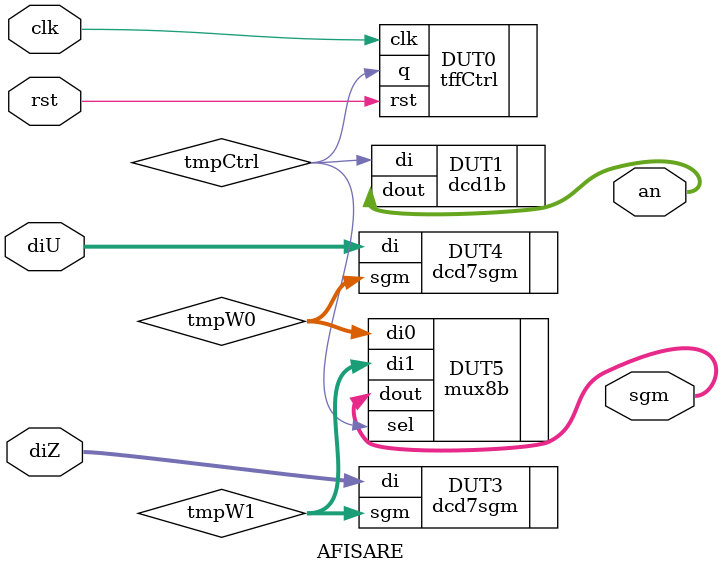
<source format=v>
`timescale 1ns / 1ps


module AFISARE(
    input clk,rst,
    input [3:0]diZ,diU,
    output [7:0]an,sgm
    );
    
    wire tmpCtrl;
    wire [7:0]tmpW1,tmpW0;
    
   tffCtrl DUT0(
        .clk(clk),
        .rst(rst),
        .q(tmpCtrl)
    );
    
    dcd1b DUT1(
        .di(tmpCtrl),
        .dout(an)
    );
    
    dcd7sgm DUT3(
        .di(diZ),
        .sgm(tmpW1)
    );
    
     dcd7sgm DUT4(
        .di(diU),
        .sgm(tmpW0)
    );
    
    mux8b DUT5(
    .di0(tmpW0),
    .di1(tmpW1),
    .sel(tmpCtrl),
    .dout(sgm)
    );
endmodule
</source>
